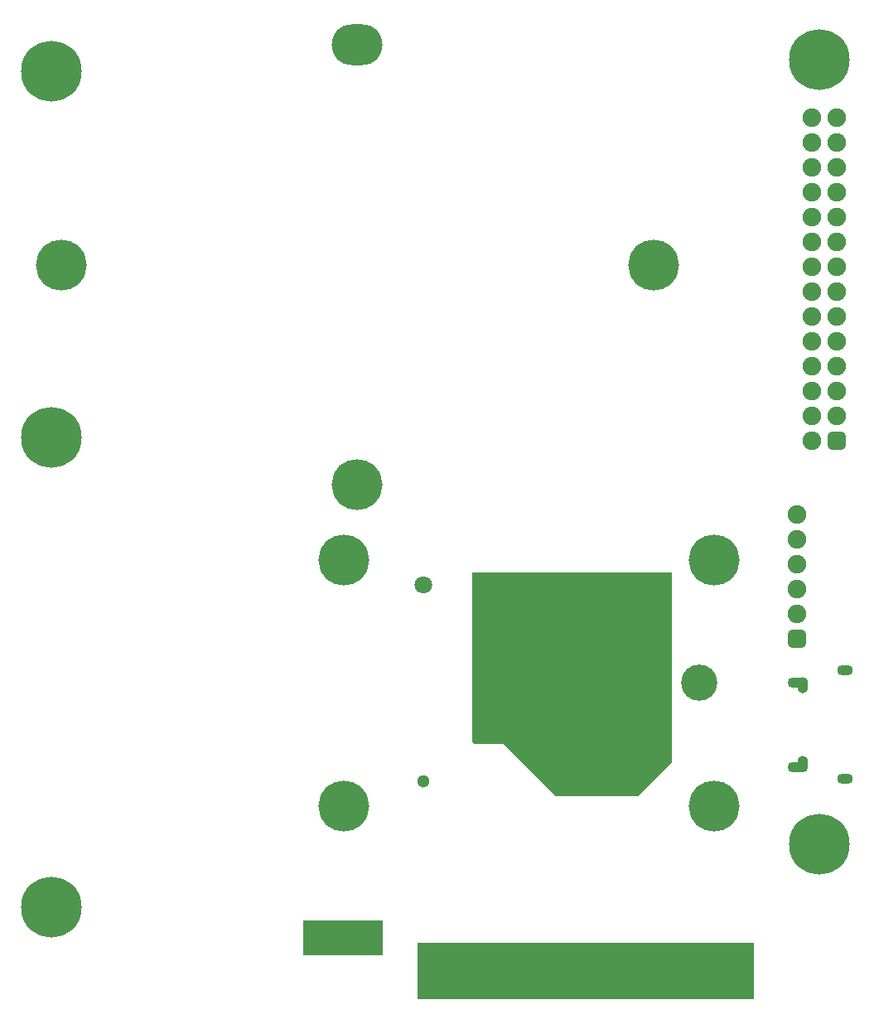
<source format=gbs>
G04*
G04 #@! TF.GenerationSoftware,Altium Limited,Altium Designer,20.1.12 (249)*
G04*
G04 Layer_Color=16711935*
%FSLAX44Y44*%
%MOMM*%
G71*
G04*
G04 #@! TF.SameCoordinates,E03EE8C2-713A-4ADB-83DA-CE9B457F0B9A*
G04*
G04*
G04 #@! TF.FilePolarity,Negative*
G04*
G01*
G75*
%ADD112R,8.2000X3.6000*%
%ADD204C,5.2000*%
%ADD205C,1.9000*%
G04:AMPARAMS|DCode=206|XSize=1.9mm|YSize=1.9mm|CornerRadius=0.5mm|HoleSize=0mm|Usage=FLASHONLY|Rotation=270.000|XOffset=0mm|YOffset=0mm|HoleType=Round|Shape=RoundedRectangle|*
%AMROUNDEDRECTD206*
21,1,1.9000,0.9000,0,0,270.0*
21,1,0.9000,1.9000,0,0,270.0*
1,1,1.0000,-0.4500,-0.4500*
1,1,1.0000,-0.4500,0.4500*
1,1,1.0000,0.4500,0.4500*
1,1,1.0000,0.4500,-0.4500*
%
%ADD206ROUNDEDRECTD206*%
%ADD207C,1.8000*%
%ADD208C,1.3000*%
%ADD209O,1.1000X1.6400*%
%ADD210O,2.1000X1.1000*%
%ADD211O,1.6000X1.1000*%
%ADD212C,6.2000*%
%ADD214O,5.2000X4.2000*%
%ADD320R,34.5000X5.8000*%
%ADD321C,3.7000*%
G36*
X2005500Y262000D02*
Y324500D01*
X2005500Y435500D01*
X2209500Y435500D01*
X2209500Y241000D01*
X2175000Y206500D01*
X2090500Y206500D01*
X2037000Y260000D01*
X2007500D01*
X2005500Y262000D01*
D02*
G37*
D112*
X1873499Y62000D02*
D03*
D204*
X1873700Y196800D02*
D03*
X2252300Y448200D02*
D03*
X1873700D02*
D03*
X2252300Y196800D02*
D03*
X2191000Y749500D02*
D03*
X1585000D02*
D03*
X1888000Y525000D02*
D03*
D205*
X2377500Y646200D02*
D03*
Y697000D02*
D03*
Y671600D02*
D03*
X2352100D02*
D03*
Y646200D02*
D03*
X2377500Y620800D02*
D03*
X2352100D02*
D03*
X2377500Y595400D02*
D03*
X2352100D02*
D03*
Y570000D02*
D03*
X2377500Y849400D02*
D03*
X2352100D02*
D03*
X2377500Y824000D02*
D03*
X2352100D02*
D03*
X2377500Y798600D02*
D03*
X2352100D02*
D03*
X2377500Y773200D02*
D03*
X2352100D02*
D03*
X2377500Y747800D02*
D03*
X2352100D02*
D03*
X2377500Y722400D02*
D03*
X2352100D02*
D03*
Y697000D02*
D03*
X2377500Y874800D02*
D03*
X2352100D02*
D03*
X2377500Y900200D02*
D03*
X2352100D02*
D03*
X2337500Y443700D02*
D03*
Y494500D02*
D03*
Y469100D02*
D03*
Y418300D02*
D03*
Y392900D02*
D03*
D206*
X2377500Y570000D02*
D03*
X2337500Y367500D02*
D03*
D207*
X1955000Y422500D02*
D03*
D208*
Y222500D02*
D03*
D209*
X2343000Y320500D02*
D03*
Y239500D02*
D03*
D210*
X2338000Y323200D02*
D03*
Y236800D02*
D03*
D211*
X2386500Y335200D02*
D03*
Y224800D02*
D03*
D212*
X1575000Y93500D02*
D03*
Y947500D02*
D03*
Y573500D02*
D03*
X2360000Y157500D02*
D03*
Y960000D02*
D03*
D214*
X1888000Y975000D02*
D03*
D320*
X2121498Y28000D02*
D03*
D321*
X2237500Y322500D02*
D03*
M02*

</source>
